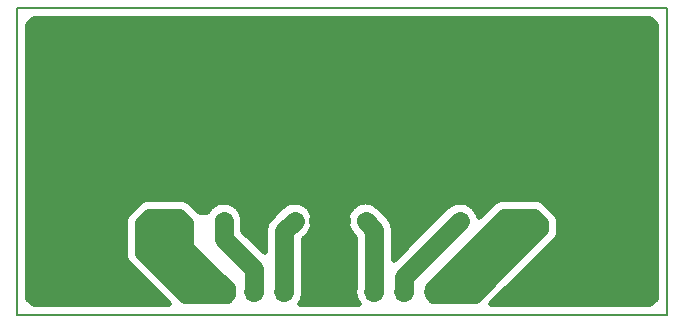
<source format=gbr>
%TF.GenerationSoftware,KiCad,Pcbnew,4.0.7*%
%TF.CreationDate,2021-06-18T00:55:45+09:00*%
%TF.ProjectId,NuTube_Conversion_Board,4E75547562655F436F6E76657273696F,rev?*%
%TF.FileFunction,Copper,L1,Top,Signal*%
%FSLAX46Y46*%
G04 Gerber Fmt 4.6, Leading zero omitted, Abs format (unit mm)*
G04 Created by KiCad (PCBNEW 4.0.7) date 06/18/21 00:55:45*
%MOMM*%
%LPD*%
G01*
G04 APERTURE LIST*
%ADD10C,0.100000*%
%ADD11C,0.150000*%
%ADD12C,0.762000*%
%ADD13R,1.700000X1.700000*%
%ADD14O,1.700000X1.700000*%
%ADD15C,1.524000*%
%ADD16C,1.600000*%
%ADD17C,0.500000*%
G04 APERTURE END LIST*
D10*
D11*
X176000000Y-97000000D02*
X176000000Y-123000000D01*
X121000000Y-97000000D02*
X121000000Y-123000000D01*
X176000000Y-123000000D02*
X121000000Y-123000000D01*
X121000000Y-97000000D02*
X176000000Y-97000000D01*
D12*
X132500000Y-121500000D03*
X162500000Y-121500000D03*
X153500000Y-117000000D03*
X141500000Y-116500000D03*
X174500000Y-121500000D03*
D13*
X123000000Y-99000000D03*
D14*
X123000000Y-101540000D03*
X123000000Y-104080000D03*
X123000000Y-106620000D03*
D13*
X136000000Y-121000000D03*
D14*
X138540000Y-121000000D03*
X141080000Y-121000000D03*
X143620000Y-121000000D03*
X146160000Y-121000000D03*
X148700000Y-121000000D03*
X151240000Y-121000000D03*
X153780000Y-121000000D03*
X156320000Y-121000000D03*
X158860000Y-121000000D03*
D13*
X174000000Y-99000000D03*
D14*
X174000000Y-101540000D03*
X174000000Y-104080000D03*
X174000000Y-106620000D03*
D15*
X148501100Y-115003600D03*
X150501100Y-115003600D03*
X158501100Y-115003600D03*
X162501100Y-115003600D03*
X164501100Y-115003600D03*
X132501100Y-115003600D03*
X134501100Y-115003600D03*
X138501100Y-115003600D03*
X144501100Y-115003600D03*
X146501100Y-115003600D03*
D12*
X122500000Y-121500000D03*
D16*
X141080000Y-121000000D02*
X141080000Y-119080000D01*
X138501100Y-116501100D02*
X138501100Y-115003600D01*
X141080000Y-119080000D02*
X138501100Y-116501100D01*
X143620000Y-121000000D02*
X143620000Y-115884700D01*
X143620000Y-115884700D02*
X144501100Y-115003600D01*
X151240000Y-121000000D02*
X151240000Y-115742500D01*
X151240000Y-115742500D02*
X150501100Y-115003600D01*
X153780000Y-121000000D02*
X153780000Y-119724700D01*
X153780000Y-119724700D02*
X158501100Y-115003600D01*
D17*
G36*
X165750000Y-115103554D02*
X165750000Y-115896446D01*
X159896446Y-121750000D01*
X156103554Y-121750000D01*
X155750000Y-121396446D01*
X155750000Y-120603554D01*
X162103554Y-114250000D01*
X164896446Y-114250000D01*
X165750000Y-115103554D01*
X165750000Y-115103554D01*
G37*
X165750000Y-115103554D02*
X165750000Y-115896446D01*
X159896446Y-121750000D01*
X156103554Y-121750000D01*
X155750000Y-121396446D01*
X155750000Y-120603554D01*
X162103554Y-114250000D01*
X164896446Y-114250000D01*
X165750000Y-115103554D01*
G36*
X135750000Y-115103554D02*
X135750000Y-117000000D01*
X135769696Y-117097264D01*
X135823223Y-117176777D01*
X139250000Y-120603554D01*
X139250000Y-121396446D01*
X138896446Y-121750000D01*
X135103554Y-121750000D01*
X131250000Y-117896446D01*
X131250000Y-115103554D01*
X132103554Y-114250000D01*
X134896446Y-114250000D01*
X135750000Y-115103554D01*
X135750000Y-115103554D01*
G37*
X135750000Y-115103554D02*
X135750000Y-117000000D01*
X135769696Y-117097264D01*
X135823223Y-117176777D01*
X139250000Y-120603554D01*
X139250000Y-121396446D01*
X138896446Y-121750000D01*
X135103554Y-121750000D01*
X131250000Y-117896446D01*
X131250000Y-115103554D01*
X132103554Y-114250000D01*
X134896446Y-114250000D01*
X135750000Y-115103554D01*
G36*
X175075000Y-98428554D02*
X175075000Y-121571446D01*
X174571446Y-122075000D01*
X161127082Y-122075000D01*
X166601041Y-116601041D01*
X166783032Y-116330698D01*
X166850000Y-116000000D01*
X166850000Y-115000000D01*
X166787526Y-114680151D01*
X166601041Y-114398959D01*
X165601041Y-113398959D01*
X165330698Y-113216968D01*
X165000000Y-113150000D01*
X162000000Y-113150000D01*
X161680151Y-113212474D01*
X161398959Y-113398959D01*
X160113379Y-114684539D01*
X160113379Y-114684360D01*
X160063669Y-114564053D01*
X160025502Y-114372172D01*
X159917760Y-114210925D01*
X159868484Y-114091668D01*
X159776516Y-113999539D01*
X159667826Y-113836874D01*
X159506581Y-113729133D01*
X159415417Y-113637810D01*
X159295196Y-113587890D01*
X159132528Y-113479198D01*
X158942324Y-113441364D01*
X158823153Y-113391880D01*
X158692977Y-113391767D01*
X158501100Y-113353600D01*
X158310897Y-113391433D01*
X158181860Y-113391321D01*
X158061552Y-113441031D01*
X157869673Y-113479198D01*
X157708427Y-113586939D01*
X157589168Y-113636216D01*
X157497039Y-113728185D01*
X157334374Y-113836874D01*
X152890000Y-118281248D01*
X152890000Y-115742500D01*
X152764401Y-115111072D01*
X152406726Y-114575774D01*
X151667826Y-113836874D01*
X151506582Y-113729135D01*
X151415417Y-113637810D01*
X151295192Y-113587888D01*
X151132527Y-113479199D01*
X150942328Y-113441366D01*
X150823153Y-113391880D01*
X150692976Y-113391767D01*
X150501100Y-113353600D01*
X150310899Y-113391433D01*
X150181860Y-113391321D01*
X150061549Y-113441032D01*
X149869673Y-113479199D01*
X149708430Y-113586938D01*
X149589168Y-113636216D01*
X149497038Y-113728186D01*
X149334374Y-113836874D01*
X149226635Y-113998118D01*
X149135310Y-114089283D01*
X149085388Y-114209508D01*
X148976699Y-114372173D01*
X148938866Y-114562372D01*
X148889380Y-114681547D01*
X148889267Y-114811724D01*
X148851100Y-115003600D01*
X148888933Y-115193801D01*
X148888821Y-115322840D01*
X148938532Y-115443151D01*
X148976699Y-115635027D01*
X149084438Y-115796270D01*
X149133716Y-115915532D01*
X149225686Y-116007662D01*
X149334374Y-116170326D01*
X149590000Y-116425952D01*
X149590000Y-120715328D01*
X149540000Y-120966695D01*
X149540000Y-121033305D01*
X149669405Y-121683867D01*
X149930751Y-122075000D01*
X144929249Y-122075000D01*
X145190595Y-121683867D01*
X145320000Y-121033305D01*
X145320000Y-120966695D01*
X145270000Y-120715328D01*
X145270000Y-116568152D01*
X145667826Y-116170326D01*
X145775566Y-116009082D01*
X145866890Y-115917917D01*
X145916811Y-115797695D01*
X146025502Y-115635027D01*
X146063335Y-115444825D01*
X146112820Y-115325653D01*
X146112933Y-115195477D01*
X146151100Y-115003600D01*
X146113267Y-114813397D01*
X146113379Y-114684360D01*
X146063669Y-114564053D01*
X146025502Y-114372172D01*
X145917760Y-114210925D01*
X145868484Y-114091668D01*
X145776516Y-113999539D01*
X145667826Y-113836874D01*
X145506581Y-113729133D01*
X145415417Y-113637810D01*
X145295196Y-113587890D01*
X145132528Y-113479198D01*
X144942324Y-113441364D01*
X144823153Y-113391880D01*
X144692977Y-113391767D01*
X144501100Y-113353600D01*
X144310897Y-113391433D01*
X144181860Y-113391321D01*
X144061552Y-113441031D01*
X143869673Y-113479198D01*
X143708427Y-113586939D01*
X143589168Y-113636216D01*
X143497039Y-113728185D01*
X143334374Y-113836874D01*
X142453274Y-114717974D01*
X142095599Y-115253272D01*
X141970000Y-115884700D01*
X141970000Y-117636548D01*
X140151100Y-115817648D01*
X140151100Y-115003600D01*
X140113267Y-114813398D01*
X140113379Y-114684360D01*
X140063668Y-114564050D01*
X140025501Y-114372172D01*
X139917761Y-114210928D01*
X139868484Y-114091668D01*
X139776515Y-113999538D01*
X139667826Y-113836874D01*
X139506582Y-113729134D01*
X139415417Y-113637810D01*
X139295194Y-113587889D01*
X139132528Y-113479199D01*
X138942328Y-113441366D01*
X138823153Y-113391880D01*
X138692976Y-113391767D01*
X138501100Y-113353600D01*
X138310898Y-113391433D01*
X138181860Y-113391321D01*
X138061550Y-113441032D01*
X137869672Y-113479199D01*
X137708428Y-113586939D01*
X137589168Y-113636216D01*
X137497038Y-113728185D01*
X137334374Y-113836874D01*
X137226634Y-113998118D01*
X137135310Y-114089283D01*
X137085389Y-114209506D01*
X137058332Y-114250000D01*
X136500000Y-114250000D01*
X136459670Y-114257588D01*
X135601041Y-113398959D01*
X135330698Y-113216968D01*
X135000000Y-113150000D01*
X132000000Y-113150000D01*
X131680151Y-113212474D01*
X131398959Y-113398959D01*
X130398959Y-114398959D01*
X130216968Y-114669302D01*
X130150000Y-115000000D01*
X130150000Y-118000000D01*
X130212474Y-118319849D01*
X130398959Y-118601041D01*
X133872918Y-122075000D01*
X122428554Y-122075000D01*
X121925000Y-121571446D01*
X121925000Y-98428554D01*
X122428554Y-97925000D01*
X174571446Y-97925000D01*
X175075000Y-98428554D01*
X175075000Y-98428554D01*
G37*
X175075000Y-98428554D02*
X175075000Y-121571446D01*
X174571446Y-122075000D01*
X161127082Y-122075000D01*
X166601041Y-116601041D01*
X166783032Y-116330698D01*
X166850000Y-116000000D01*
X166850000Y-115000000D01*
X166787526Y-114680151D01*
X166601041Y-114398959D01*
X165601041Y-113398959D01*
X165330698Y-113216968D01*
X165000000Y-113150000D01*
X162000000Y-113150000D01*
X161680151Y-113212474D01*
X161398959Y-113398959D01*
X160113379Y-114684539D01*
X160113379Y-114684360D01*
X160063669Y-114564053D01*
X160025502Y-114372172D01*
X159917760Y-114210925D01*
X159868484Y-114091668D01*
X159776516Y-113999539D01*
X159667826Y-113836874D01*
X159506581Y-113729133D01*
X159415417Y-113637810D01*
X159295196Y-113587890D01*
X159132528Y-113479198D01*
X158942324Y-113441364D01*
X158823153Y-113391880D01*
X158692977Y-113391767D01*
X158501100Y-113353600D01*
X158310897Y-113391433D01*
X158181860Y-113391321D01*
X158061552Y-113441031D01*
X157869673Y-113479198D01*
X157708427Y-113586939D01*
X157589168Y-113636216D01*
X157497039Y-113728185D01*
X157334374Y-113836874D01*
X152890000Y-118281248D01*
X152890000Y-115742500D01*
X152764401Y-115111072D01*
X152406726Y-114575774D01*
X151667826Y-113836874D01*
X151506582Y-113729135D01*
X151415417Y-113637810D01*
X151295192Y-113587888D01*
X151132527Y-113479199D01*
X150942328Y-113441366D01*
X150823153Y-113391880D01*
X150692976Y-113391767D01*
X150501100Y-113353600D01*
X150310899Y-113391433D01*
X150181860Y-113391321D01*
X150061549Y-113441032D01*
X149869673Y-113479199D01*
X149708430Y-113586938D01*
X149589168Y-113636216D01*
X149497038Y-113728186D01*
X149334374Y-113836874D01*
X149226635Y-113998118D01*
X149135310Y-114089283D01*
X149085388Y-114209508D01*
X148976699Y-114372173D01*
X148938866Y-114562372D01*
X148889380Y-114681547D01*
X148889267Y-114811724D01*
X148851100Y-115003600D01*
X148888933Y-115193801D01*
X148888821Y-115322840D01*
X148938532Y-115443151D01*
X148976699Y-115635027D01*
X149084438Y-115796270D01*
X149133716Y-115915532D01*
X149225686Y-116007662D01*
X149334374Y-116170326D01*
X149590000Y-116425952D01*
X149590000Y-120715328D01*
X149540000Y-120966695D01*
X149540000Y-121033305D01*
X149669405Y-121683867D01*
X149930751Y-122075000D01*
X144929249Y-122075000D01*
X145190595Y-121683867D01*
X145320000Y-121033305D01*
X145320000Y-120966695D01*
X145270000Y-120715328D01*
X145270000Y-116568152D01*
X145667826Y-116170326D01*
X145775566Y-116009082D01*
X145866890Y-115917917D01*
X145916811Y-115797695D01*
X146025502Y-115635027D01*
X146063335Y-115444825D01*
X146112820Y-115325653D01*
X146112933Y-115195477D01*
X146151100Y-115003600D01*
X146113267Y-114813397D01*
X146113379Y-114684360D01*
X146063669Y-114564053D01*
X146025502Y-114372172D01*
X145917760Y-114210925D01*
X145868484Y-114091668D01*
X145776516Y-113999539D01*
X145667826Y-113836874D01*
X145506581Y-113729133D01*
X145415417Y-113637810D01*
X145295196Y-113587890D01*
X145132528Y-113479198D01*
X144942324Y-113441364D01*
X144823153Y-113391880D01*
X144692977Y-113391767D01*
X144501100Y-113353600D01*
X144310897Y-113391433D01*
X144181860Y-113391321D01*
X144061552Y-113441031D01*
X143869673Y-113479198D01*
X143708427Y-113586939D01*
X143589168Y-113636216D01*
X143497039Y-113728185D01*
X143334374Y-113836874D01*
X142453274Y-114717974D01*
X142095599Y-115253272D01*
X141970000Y-115884700D01*
X141970000Y-117636548D01*
X140151100Y-115817648D01*
X140151100Y-115003600D01*
X140113267Y-114813398D01*
X140113379Y-114684360D01*
X140063668Y-114564050D01*
X140025501Y-114372172D01*
X139917761Y-114210928D01*
X139868484Y-114091668D01*
X139776515Y-113999538D01*
X139667826Y-113836874D01*
X139506582Y-113729134D01*
X139415417Y-113637810D01*
X139295194Y-113587889D01*
X139132528Y-113479199D01*
X138942328Y-113441366D01*
X138823153Y-113391880D01*
X138692976Y-113391767D01*
X138501100Y-113353600D01*
X138310898Y-113391433D01*
X138181860Y-113391321D01*
X138061550Y-113441032D01*
X137869672Y-113479199D01*
X137708428Y-113586939D01*
X137589168Y-113636216D01*
X137497038Y-113728185D01*
X137334374Y-113836874D01*
X137226634Y-113998118D01*
X137135310Y-114089283D01*
X137085389Y-114209506D01*
X137058332Y-114250000D01*
X136500000Y-114250000D01*
X136459670Y-114257588D01*
X135601041Y-113398959D01*
X135330698Y-113216968D01*
X135000000Y-113150000D01*
X132000000Y-113150000D01*
X131680151Y-113212474D01*
X131398959Y-113398959D01*
X130398959Y-114398959D01*
X130216968Y-114669302D01*
X130150000Y-115000000D01*
X130150000Y-118000000D01*
X130212474Y-118319849D01*
X130398959Y-118601041D01*
X133872918Y-122075000D01*
X122428554Y-122075000D01*
X121925000Y-121571446D01*
X121925000Y-98428554D01*
X122428554Y-97925000D01*
X174571446Y-97925000D01*
X175075000Y-98428554D01*
M02*

</source>
